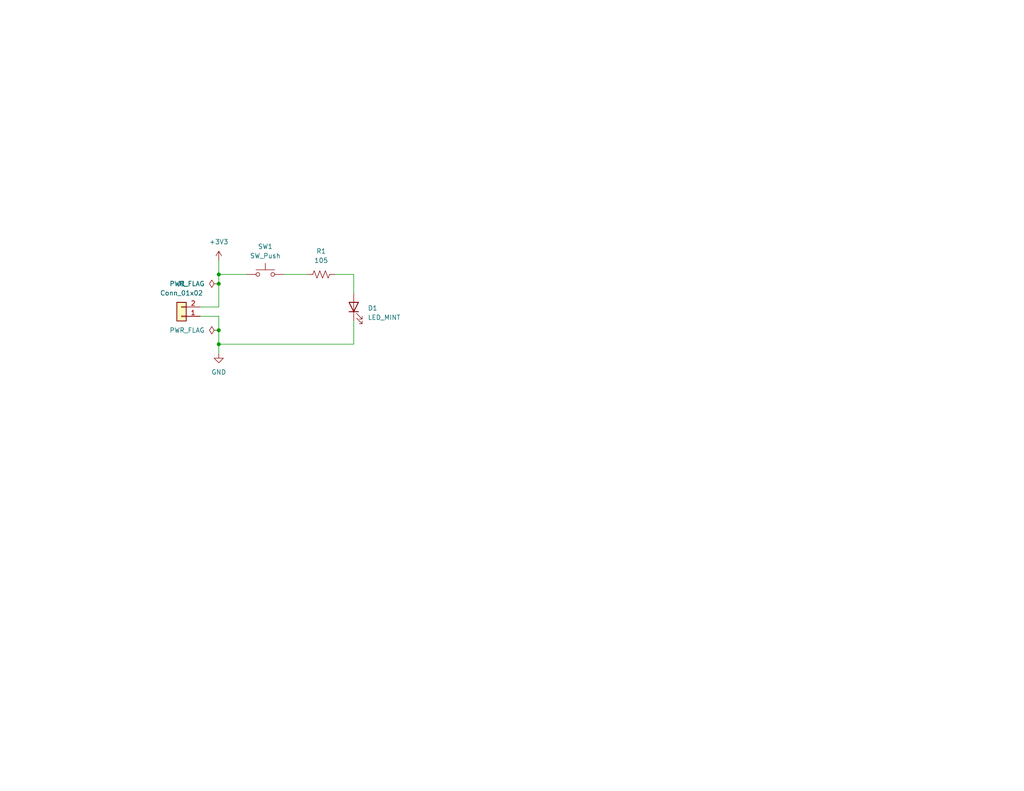
<source format=kicad_sch>
(kicad_sch (version 20230121) (generator eeschema)
  (paper "USLetter")
  (title_block (title "LED Project") (date "2022-08-16") (rev "0.0") (company "Illini Solar Car") (comment 1 "Designed By: Mia Fang"))
  (lib_symbols
    (symbol "Connector_Generic:Conn_01x02" (pin_names (offset 1.016) hide)
      (property "Reference" "J" (at 0 2.54 0))
      (property "Value" "Conn_01x02" (at 0 -5.08 0))
      (symbol "Conn_01x02_1_1"
        (rectangle (start -1.27 -2.413) (end 0 -2.667) (stroke (width 0.1524)))
        (rectangle (start -1.27 0.127) (end 0 -0.127) (stroke (width 0.1524)))
        (rectangle (start -1.27 1.27) (end 1.27 -3.81) (stroke (width 0.254)) (fill (type background)))
        (pin passive line (at -5.08 0 0) (length 3.81) (name "Pin_1") (number "1"))
        (pin passive line (at -5.08 -2.54 0) (length 3.81) (name "Pin_2") (number "2"))
      )
    )
    (symbol "Switch:SW_Push" (pin_numbers hide) (pin_names (offset 1.016) hide)
      (property "Reference" "SW" (at 1.27 2.54 0))
      (property "Value" "SW_Push" (at 0 -1.524 0))
      (symbol "SW_Push_0_1"
        (circle (center -2.032 0) (radius 0.508))
        (polyline (pts (xy 0 1.27) (xy 0 3.048)))
        (polyline (pts (xy 2.54 1.27) (xy -2.54 1.27)))
        (circle (center 2.032 0) (radius 0.508))
        (pin passive line (at -5.08 0 0) (length 2.54) (name "1") (number "1"))
        (pin passive line (at 5.08 0 180) (length 2.54) (name "2") (number "2"))
      )
    )
    (symbol "device:LED" (pin_numbers hide) (pin_names (offset 1.016) hide)
      (property "Reference" "D" (at 0 2.54 0))
      (property "Value" "LED" (at 0 -2.54 0))
      (symbol "LED_0_1"
        (polyline (pts (xy -1.27 -1.27) (xy -1.27 1.27)) (stroke (width 0.254)))
        (polyline (pts (xy -1.27 0) (xy 1.27 0)))
        (polyline (pts (xy 1.27 -1.27) (xy 1.27 1.27) (xy -1.27 0) (xy 1.27 -1.27)) (stroke (width 0.254)))
        (polyline (pts (xy -3.048 -0.762) (xy -4.572 -2.286) (xy -3.81 -2.286) (xy -4.572 -2.286) (xy -4.572 -1.524)))
        (polyline (pts (xy -1.778 -0.762) (xy -3.302 -2.286) (xy -2.54 -2.286) (xy -3.302 -2.286) (xy -3.302 -1.524)))
      )
      (symbol "LED_1_1"
        (pin passive line (at -3.81 0 0) (length 2.54) (name "K") (number "1"))
        (pin passive line (at 3.81 0 180) (length 2.54) (name "A") (number "2"))
      )
    )
    (symbol "device:R_US" (pin_numbers hide) (pin_names (offset 0))
      (property "Reference" "R" (at 2.54 0 90))
      (property "Value" "R_US" (at -2.54 0 90))
      (symbol "R_US_0_1"
        (polyline (pts (xy 0 -2.286) (xy 0 -2.54)))
        (polyline (pts (xy 0 2.286) (xy 0 2.54)))
        (polyline (pts (xy 0 -0.762) (xy 1.016 -1.143) (xy 0 -1.524) (xy -1.016 -1.905) (xy 0 -2.286)))
        (polyline (pts (xy 0 0.762) (xy 1.016 0.381) (xy 0 0) (xy -1.016 -0.381) (xy 0 -0.762)))
        (polyline (pts (xy 0 2.286) (xy 1.016 1.905) (xy 0 1.524) (xy -1.016 1.143) (xy 0 0.762)))
      )
      (symbol "R_US_1_1"
        (pin passive line (at 0 3.81 270) (length 1.27) (name "~") (number "1"))
        (pin passive line (at 0 -3.81 90) (length 1.27) (name "~") (number "2"))
      )
    )
    (symbol "power:+3V3" (power) (pin_names (offset 0))
      (property "Value" "+3V3" (at 0 3.556 0))
      (symbol "+3V3_0_1"
        (polyline (pts (xy -0.762 1.27) (xy 0 2.54)))
        (polyline (pts (xy 0 0) (xy 0 2.54)))
        (polyline (pts (xy 0 2.54) (xy 0.762 1.27)))
      )
      (symbol "+3V3_1_1"
        (pin power_in line (at 0 0 90) (length 0) hide (name "+3V3") (number "1"))
      )
    )
    (symbol "power:GND" (power) (pin_names (offset 0))
      (property "Value" "GND" (at 0 -3.81 0))
      (symbol "GND_0_1"
        (polyline (pts (xy 0 0) (xy 0 -1.27) (xy 1.27 -1.27) (xy 0 -2.54) (xy -1.27 -1.27) (xy 0 -1.27)))
      )
      (symbol "GND_1_1"
        (pin power_in line (at 0 0 270) (length 0) hide (name "GND") (number "1"))
      )
    )
    (symbol "power:PWR_FLAG" (power) (pin_numbers hide) (pin_names (offset 0) hide)
      (property "Value" "PWR_FLAG" (at 0 3.81 0))
      (symbol "PWR_FLAG_0_0"
        (pin power_out line (at 0 0 90) (length 0) (name "pwr") (number "1"))
      )
      (symbol "PWR_FLAG_0_1"
        (polyline (pts (xy 0 0) (xy 0 1.27) (xy -1.016 1.905) (xy 0 2.54) (xy 1.016 1.905) (xy 0 1.27)))
      )
    )
  )
  (junction (at 59.69 77.47))
  (junction (at 59.69 74.93))
  (junction (at 59.69 93.98))
  (junction (at 59.69 90.17))
  (wire (pts (xy 59.69 71.12) (xy 59.69 74.93)))
  (wire (pts (xy 59.69 90.17) (xy 59.69 93.98)))
  (wire (pts (xy 59.69 77.47) (xy 59.69 83.82)))
  (wire (pts (xy 91.44 74.93) (xy 96.52 74.93)))
  (wire (pts (xy 59.69 93.98) (xy 59.69 96.52)))
  (wire (pts (xy 59.69 86.36) (xy 59.69 90.17)))
  (wire (pts (xy 59.69 74.93) (xy 59.69 77.47)))
  (wire (pts (xy 96.52 87.63) (xy 96.52 93.98)))
  (wire (pts (xy 96.52 74.93) (xy 96.52 80.01)))
  (wire (pts (xy 54.61 86.36) (xy 59.69 86.36)))
  (wire (pts (xy 59.69 74.93) (xy 67.31 74.93)))
  (wire (pts (xy 59.69 93.98) (xy 96.52 93.98)))
  (wire (pts (xy 54.61 83.82) (xy 59.69 83.82)))
  (wire (pts (xy 77.47 74.93) (xy 83.82 74.93)))
  (symbol (lib_id "power:GND") (at 59.69 96.52 0) (unit 1)
    (property "Reference" "#PWR02" (effects hide))
    (property "Value" "GND" (at 59.69 101.6 0))
  )
  (symbol (lib_id "Switch:SW_Push") (at 72.39 74.93 0) (unit 1)
    (property "Reference" "SW1" (at 72.39 67.31 0))
    (property "Value" "SW_Push" (at 72.39 69.85 0))
    (property "Footprint" "Button_Switch_SMD:SW_DIP_SPSTx01_Slide_6.7x4.1mm_W8.61mm_P2.54mm_LowProfile" (effects hide))
  )
  (symbol (lib_id "power:PWR_FLAG") (at 59.69 90.17 90) (unit 1)
    (property "Reference" "#FLG02" (effects hide))
    (property "Value" "PWR_FLAG" (at 55.88 90.17 90) (effects (justify left)))
  )
  (symbol (lib_id "power:PWR_FLAG") (at 59.69 77.47 90) (unit 1)
    (property "Reference" "#FLG01" (effects hide))
    (property "Value" "PWR_FLAG" (at 55.88 77.47 90) (effects (justify left)))
  )
  (symbol (lib_id "power:+3V3") (at 59.69 71.12 0) (unit 1)
    (property "Reference" "#PWR01" (effects hide))
    (property "Value" "+3V3" (at 59.69 66.04 0))
  )
  (symbol (lib_id "device:LED") (at 96.52 83.82 90) (unit 1)
    (property "Reference" "D1" (at 100.33 84.1375 90) (effects (justify right)))
    (property "Value" "LED_MINT" (at 100.33 86.6775 90) (effects (justify right)))
    (property "Footprint" "layout:LED_0603_Symbol_on_F.SilkS" (effects hide))
  )
  (symbol (lib_id "device:R_US") (at 87.63 74.93 90) (unit 1)
    (property "Reference" "R1" (at 87.63 68.58 90))
    (property "Value" "105" (at 87.63 71.12 90))
    (property "Footprint" "Resistor_SMD:R_0603_1608Metric_Pad0.98x0.95mm_HandSolder" (effects hide))
  )
  (symbol (lib_id "Connector_Generic:Conn_01x02") (at 49.53 86.36 180) (unit 1)
    (property "Reference" "J1" (at 49.53 77.47 0))
    (property "Value" "Conn_01x02" (at 49.53 80.01 0))
    (property "Footprint" "Connector_Molex:Molex_KK-254_AE-6410-02A_1x02_P2.54mm_Vertical" (effects hide))
  )
)
</source>
